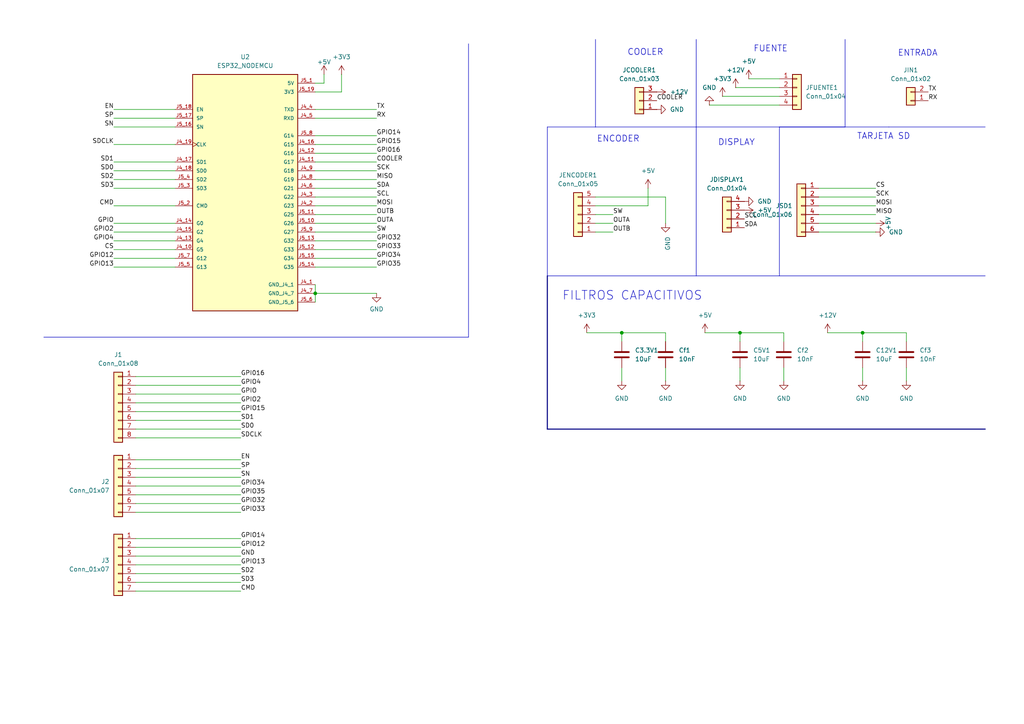
<source format=kicad_sch>
(kicad_sch (version 20231120) (generator "eeschema") (generator_version "8.0")
  (paper "A4")
  (lib_symbols
    (symbol "+5V_1" (power) (pin_names (offset 0))
      (property "Value" "+5V_1" (at 0 3.556 0))
      (symbol "+5V_1_0_1"
        (polyline (pts (xy -0.762 1.27) (xy 0 2.54)))
        (polyline (pts (xy 0 0) (xy 0 2.54)))
        (polyline (pts (xy 0 2.54) (xy 0.762 1.27)))
      )
      (symbol "+5V_1_1_1"
        (pin power_in line (at 0 0 90) (length 0) hide (name "+5V") (number "1"))
      )
    )
    (symbol "+5V_4" (power) (pin_numbers hide) (pin_names (offset 0) hide)
      (property "Value" "+5V" (at 0 3.556 0))
      (symbol "+5V_4_0_1"
        (polyline (pts (xy -0.762 1.27) (xy 0 2.54)))
        (polyline (pts (xy 0 0) (xy 0 2.54)))
        (polyline (pts (xy 0 2.54) (xy 0.762 1.27)))
      )
      (symbol "+5V_4_1_1"
        (pin power_in line (at 0 0 90) (length 0) (name "~") (number "1"))
      )
    )
    (symbol "Connector_Generic:Conn_01x02" (pin_names (offset 1.016) hide)
      (property "Reference" "J" (at 0 2.54 0))
      (property "Value" "Conn_01x02" (at 0 -5.08 0))
      (symbol "Conn_01x02_1_1"
        (rectangle (start -1.27 -2.413) (end 0 -2.667) (stroke (width 0.1524)))
        (rectangle (start -1.27 0.127) (end 0 -0.127) (stroke (width 0.1524)))
        (rectangle (start -1.27 1.27) (end 1.27 -3.81) (stroke (width 0.254)) (fill (type background)))
        (pin passive line (at -5.08 0 0) (length 3.81) (name "Pin_1") (number "1"))
        (pin passive line (at -5.08 -2.54 0) (length 3.81) (name "Pin_2") (number "2"))
      )
    )
    (symbol "Connector_Generic:Conn_01x03" (pin_names (offset 1.016) hide)
      (property "Reference" "J" (at 0 5.08 0))
      (property "Value" "Conn_01x03" (at 0 -5.08 0))
      (symbol "Conn_01x03_1_1"
        (rectangle (start -1.27 -2.413) (end 0 -2.667) (stroke (width 0.1524)))
        (rectangle (start -1.27 0.127) (end 0 -0.127) (stroke (width 0.1524)))
        (rectangle (start -1.27 2.667) (end 0 2.413) (stroke (width 0.1524)))
        (rectangle (start -1.27 3.81) (end 1.27 -3.81) (stroke (width 0.254)) (fill (type background)))
        (pin passive line (at -5.08 2.54 0) (length 3.81) (name "Pin_1") (number "1"))
        (pin passive line (at -5.08 0 0) (length 3.81) (name "Pin_2") (number "2"))
        (pin passive line (at -5.08 -2.54 0) (length 3.81) (name "Pin_3") (number "3"))
      )
    )
    (symbol "Connector_Generic:Conn_01x04" (pin_names (offset 1.016) hide)
      (property "Reference" "J" (at 0 5.08 0))
      (property "Value" "Conn_01x04" (at 0 -7.62 0))
      (symbol "Conn_01x04_1_1"
        (rectangle (start -1.27 -4.953) (end 0 -5.207) (stroke (width 0.1524)))
        (rectangle (start -1.27 -2.413) (end 0 -2.667) (stroke (width 0.1524)))
        (rectangle (start -1.27 0.127) (end 0 -0.127) (stroke (width 0.1524)))
        (rectangle (start -1.27 2.667) (end 0 2.413) (stroke (width 0.1524)))
        (rectangle (start -1.27 3.81) (end 1.27 -6.35) (stroke (width 0.254)) (fill (type background)))
        (pin passive line (at -5.08 2.54 0) (length 3.81) (name "Pin_1") (number "1"))
        (pin passive line (at -5.08 0 0) (length 3.81) (name "Pin_2") (number "2"))
        (pin passive line (at -5.08 -2.54 0) (length 3.81) (name "Pin_3") (number "3"))
        (pin passive line (at -5.08 -5.08 0) (length 3.81) (name "Pin_4") (number "4"))
      )
    )
    (symbol "Connector_Generic:Conn_01x05" (pin_names (offset 1.016) hide)
      (property "Reference" "J" (at 0 7.62 0))
      (property "Value" "Conn_01x05" (at 0 -7.62 0))
      (symbol "Conn_01x05_1_1"
        (rectangle (start -1.27 -4.953) (end 0 -5.207) (stroke (width 0.1524)))
        (rectangle (start -1.27 -2.413) (end 0 -2.667) (stroke (width 0.1524)))
        (rectangle (start -1.27 0.127) (end 0 -0.127) (stroke (width 0.1524)))
        (rectangle (start -1.27 2.667) (end 0 2.413) (stroke (width 0.1524)))
        (rectangle (start -1.27 5.207) (end 0 4.953) (stroke (width 0.1524)))
        (rectangle (start -1.27 6.35) (end 1.27 -6.35) (stroke (width 0.254)) (fill (type background)))
        (pin passive line (at -5.08 5.08 0) (length 3.81) (name "Pin_1") (number "1"))
        (pin passive line (at -5.08 2.54 0) (length 3.81) (name "Pin_2") (number "2"))
        (pin passive line (at -5.08 0 0) (length 3.81) (name "Pin_3") (number "3"))
        (pin passive line (at -5.08 -2.54 0) (length 3.81) (name "Pin_4") (number "4"))
        (pin passive line (at -5.08 -5.08 0) (length 3.81) (name "Pin_5") (number "5"))
      )
    )
    (symbol "Connector_Generic:Conn_01x06" (pin_names (offset 1.016) hide)
      (property "Reference" "J" (at 0 7.62 0))
      (property "Value" "Conn_01x06" (at 0 -10.16 0))
      (symbol "Conn_01x06_1_1"
        (rectangle (start -1.27 -7.493) (end 0 -7.747) (stroke (width 0.1524)))
        (rectangle (start -1.27 -4.953) (end 0 -5.207) (stroke (width 0.1524)))
        (rectangle (start -1.27 -2.413) (end 0 -2.667) (stroke (width 0.1524)))
        (rectangle (start -1.27 0.127) (end 0 -0.127) (stroke (width 0.1524)))
        (rectangle (start -1.27 2.667) (end 0 2.413) (stroke (width 0.1524)))
        (rectangle (start -1.27 5.207) (end 0 4.953) (stroke (width 0.1524)))
        (rectangle (start -1.27 6.35) (end 1.27 -8.89) (stroke (width 0.254)) (fill (type background)))
        (pin passive line (at -5.08 5.08 0) (length 3.81) (name "Pin_1") (number "1"))
        (pin passive line (at -5.08 2.54 0) (length 3.81) (name "Pin_2") (number "2"))
        (pin passive line (at -5.08 0 0) (length 3.81) (name "Pin_3") (number "3"))
        (pin passive line (at -5.08 -2.54 0) (length 3.81) (name "Pin_4") (number "4"))
        (pin passive line (at -5.08 -5.08 0) (length 3.81) (name "Pin_5") (number "5"))
        (pin passive line (at -5.08 -7.62 0) (length 3.81) (name "Pin_6") (number "6"))
      )
    )
    (symbol "Connector_Generic:Conn_01x07" (pin_names (offset 1.016) hide)
      (property "Reference" "J" (at 0 10.16 0))
      (property "Value" "Conn_01x07" (at 0 -10.16 0))
      (symbol "Conn_01x07_1_1"
        (rectangle (start -1.27 -7.493) (end 0 -7.747) (stroke (width 0.1524)))
        (rectangle (start -1.27 -4.953) (end 0 -5.207) (stroke (width 0.1524)))
        (rectangle (start -1.27 -2.413) (end 0 -2.667) (stroke (width 0.1524)))
        (rectangle (start -1.27 0.127) (end 0 -0.127) (stroke (width 0.1524)))
        (rectangle (start -1.27 2.667) (end 0 2.413) (stroke (width 0.1524)))
        (rectangle (start -1.27 5.207) (end 0 4.953) (stroke (width 0.1524)))
        (rectangle (start -1.27 7.747) (end 0 7.493) (stroke (width 0.1524)))
        (rectangle (start -1.27 8.89) (end 1.27 -8.89) (stroke (width 0.254)) (fill (type background)))
        (pin passive line (at -5.08 7.62 0) (length 3.81) (name "Pin_1") (number "1"))
        (pin passive line (at -5.08 5.08 0) (length 3.81) (name "Pin_2") (number "2"))
        (pin passive line (at -5.08 2.54 0) (length 3.81) (name "Pin_3") (number "3"))
        (pin passive line (at -5.08 0 0) (length 3.81) (name "Pin_4") (number "4"))
        (pin passive line (at -5.08 -2.54 0) (length 3.81) (name "Pin_5") (number "5"))
        (pin passive line (at -5.08 -5.08 0) (length 3.81) (name "Pin_6") (number "6"))
        (pin passive line (at -5.08 -7.62 0) (length 3.81) (name "Pin_7") (number "7"))
      )
    )
    (symbol "Connector_Generic:Conn_01x08" (pin_names (offset 1.016) hide)
      (property "Reference" "J" (at 0 10.16 0))
      (property "Value" "Conn_01x08" (at 0 -12.7 0))
      (symbol "Conn_01x08_1_1"
        (rectangle (start -1.27 -10.033) (end 0 -10.287) (stroke (width 0.1524)))
        (rectangle (start -1.27 -7.493) (end 0 -7.747) (stroke (width 0.1524)))
        (rectangle (start -1.27 -4.953) (end 0 -5.207) (stroke (width 0.1524)))
        (rectangle (start -1.27 -2.413) (end 0 -2.667) (stroke (width 0.1524)))
        (rectangle (start -1.27 0.127) (end 0 -0.127) (stroke (width 0.1524)))
        (rectangle (start -1.27 2.667) (end 0 2.413) (stroke (width 0.1524)))
        (rectangle (start -1.27 5.207) (end 0 4.953) (stroke (width 0.1524)))
        (rectangle (start -1.27 7.747) (end 0 7.493) (stroke (width 0.1524)))
        (rectangle (start -1.27 8.89) (end 1.27 -11.43) (stroke (width 0.254)) (fill (type background)))
        (pin passive line (at -5.08 7.62 0) (length 3.81) (name "Pin_1") (number "1"))
        (pin passive line (at -5.08 5.08 0) (length 3.81) (name "Pin_2") (number "2"))
        (pin passive line (at -5.08 2.54 0) (length 3.81) (name "Pin_3") (number "3"))
        (pin passive line (at -5.08 0 0) (length 3.81) (name "Pin_4") (number "4"))
        (pin passive line (at -5.08 -2.54 0) (length 3.81) (name "Pin_5") (number "5"))
        (pin passive line (at -5.08 -5.08 0) (length 3.81) (name "Pin_6") (number "6"))
        (pin passive line (at -5.08 -7.62 0) (length 3.81) (name "Pin_7") (number "7"))
        (pin passive line (at -5.08 -10.16 0) (length 3.81) (name "Pin_8") (number "8"))
      )
    )
    (symbol "Device:C" (pin_numbers hide) (pin_names (offset 0.254))
      (property "Reference" "C" (at 0.635 2.54 0))
      (property "Value" "C" (at 0.635 -2.54 0))
      (symbol "C_0_1"
        (polyline (pts (xy -2.032 -0.762) (xy 2.032 -0.762)) (stroke (width 0.508)))
        (polyline (pts (xy -2.032 0.762) (xy 2.032 0.762)) (stroke (width 0.508)))
      )
      (symbol "C_1_1"
        (pin passive line (at 0 3.81 270) (length 2.794) (name "~") (number "1"))
        (pin passive line (at 0 -3.81 90) (length 2.794) (name "~") (number "2"))
      )
    )
    (symbol "ESP32_NODEMCU:ESP32_NODEMCU" (pin_names (offset 1.016))
      (property "Reference" "U" (at -15.24 36.322 0))
      (property "Value" "ESP32_NODEMCU" (at -15.24 -35.56 0))
      (symbol "ESP32_NODEMCU_0_0"
        (rectangle (start -15.24 -33.02) (end 15.24 35.56) (stroke (width 0.254)) (fill (type background)))
        (pin power_in line (at 20.32 -25.4 180) (length 5.08) (name "GND_J4_1") (number "J4_1"))
        (pin bidirectional line (at -20.32 -15.24 0) (length 5.08) (name "G5") (number "J4_10"))
        (pin bidirectional line (at 20.32 10.16 180) (length 5.08) (name "G17") (number "J4_11"))
        (pin bidirectional line (at 20.32 12.7 180) (length 5.08) (name "G16") (number "J4_12"))
        (pin bidirectional line (at -20.32 -12.7 0) (length 5.08) (name "G4") (number "J4_13"))
        (pin bidirectional line (at -20.32 -7.62 0) (length 5.08) (name "G0") (number "J4_14"))
        (pin bidirectional line (at -20.32 -10.16 0) (length 5.08) (name "G2") (number "J4_15"))
        (pin bidirectional line (at 20.32 15.24 180) (length 5.08) (name "G15") (number "J4_16"))
        (pin bidirectional line (at -20.32 10.16 0) (length 5.08) (name "SD1") (number "J4_17"))
        (pin bidirectional line (at -20.32 7.62 0) (length 5.08) (name "SD0") (number "J4_18"))
        (pin input clock (at -20.32 15.24 0) (length 5.08) (name "CLK") (number "J4_19"))
        (pin bidirectional line (at 20.32 -2.54 180) (length 5.08) (name "G23") (number "J4_2"))
        (pin bidirectional line (at 20.32 0 180) (length 5.08) (name "G22") (number "J4_3"))
        (pin output line (at 20.32 25.4 180) (length 5.08) (name "TXD") (number "J4_4"))
        (pin input line (at 20.32 22.86 180) (length 5.08) (name "RXD") (number "J4_5"))
        (pin bidirectional line (at 20.32 2.54 180) (length 5.08) (name "G21") (number "J4_6"))
        (pin power_in line (at 20.32 -27.94 180) (length 5.08) (name "GND_J4_7") (number "J4_7"))
        (pin bidirectional line (at 20.32 5.08 180) (length 5.08) (name "G19") (number "J4_8"))
        (pin bidirectional line (at 20.32 7.62 180) (length 5.08) (name "G18") (number "J4_9"))
        (pin power_in line (at 20.32 33.02 180) (length 5.08) (name "5V") (number "J5_1"))
        (pin bidirectional line (at 20.32 -7.62 180) (length 5.08) (name "G26") (number "J5_10"))
        (pin bidirectional line (at 20.32 -5.08 180) (length 5.08) (name "G25") (number "J5_11"))
        (pin bidirectional line (at 20.32 -15.24 180) (length 5.08) (name "G33") (number "J5_12"))
        (pin bidirectional line (at 20.32 -12.7 180) (length 5.08) (name "G32") (number "J5_13"))
        (pin bidirectional line (at 20.32 -20.32 180) (length 5.08) (name "G35") (number "J5_14"))
        (pin bidirectional line (at 20.32 -17.78 180) (length 5.08) (name "G34") (number "J5_15"))
        (pin input line (at -20.32 20.32 0) (length 5.08) (name "SN") (number "J5_16"))
        (pin input line (at -20.32 22.86 0) (length 5.08) (name "SP") (number "J5_17"))
        (pin input line (at -20.32 25.4 0) (length 5.08) (name "EN") (number "J5_18"))
        (pin power_in line (at 20.32 30.48 180) (length 5.08) (name "3V3") (number "J5_19"))
        (pin bidirectional line (at -20.32 -2.54 0) (length 5.08) (name "CMD") (number "J5_2"))
        (pin bidirectional line (at -20.32 2.54 0) (length 5.08) (name "SD3") (number "J5_3"))
        (pin bidirectional line (at -20.32 5.08 0) (length 5.08) (name "SD2") (number "J5_4"))
        (pin bidirectional line (at -20.32 -20.32 0) (length 5.08) (name "G13") (number "J5_5"))
        (pin power_in line (at 20.32 -30.48 180) (length 5.08) (name "GND_J5_6") (number "J5_6"))
        (pin bidirectional line (at -20.32 -17.78 0) (length 5.08) (name "G12") (number "J5_7"))
        (pin bidirectional line (at 20.32 17.78 180) (length 5.08) (name "G14") (number "J5_8"))
        (pin bidirectional line (at 20.32 -10.16 180) (length 5.08) (name "G27") (number "J5_9"))
      )
    )
    (symbol "GND_6" (power) (pin_numbers hide) (pin_names (offset 0) hide)
      (property "Value" "GND" (at 0 -3.81 0))
      (symbol "GND_6_0_1"
        (polyline (pts (xy 0 0) (xy 0 -1.27) (xy 1.27 -1.27) (xy 0 -2.54) (xy -1.27 -1.27) (xy 0 -1.27)))
      )
      (symbol "GND_6_1_1"
        (pin power_in line (at 0 0 270) (length 0) (name "~") (number "1"))
      )
    )
    (symbol "GND_7" (power) (pin_numbers hide) (pin_names (offset 0) hide)
      (property "Value" "GND" (at 0 -3.81 0))
      (symbol "GND_7_0_1"
        (polyline (pts (xy 0 0) (xy 0 -1.27) (xy 1.27 -1.27) (xy 0 -2.54) (xy -1.27 -1.27) (xy 0 -1.27)))
      )
      (symbol "GND_7_1_1"
        (pin power_in line (at 0 0 270) (length 0) (name "~") (number "1"))
      )
    )
    (symbol "power:+12V" (power) (pin_numbers hide) (pin_names (offset 0) hide)
      (property "Value" "+12V" (at 0 3.556 0))
      (symbol "+12V_0_1"
        (polyline (pts (xy -0.762 1.27) (xy 0 2.54)))
        (polyline (pts (xy 0 0) (xy 0 2.54)))
        (polyline (pts (xy 0 2.54) (xy 0.762 1.27)))
      )
      (symbol "+12V_1_1"
        (pin power_in line (at 0 0 90) (length 0) (name "~") (number "1"))
      )
    )
    (symbol "power:+3V3" (power) (pin_numbers hide) (pin_names (offset 0) hide)
      (property "Value" "+3V3" (at 0 3.556 0))
      (symbol "+3V3_0_1"
        (polyline (pts (xy -0.762 1.27) (xy 0 2.54)))
        (polyline (pts (xy 0 0) (xy 0 2.54)))
        (polyline (pts (xy 0 2.54) (xy 0.762 1.27)))
      )
      (symbol "+3V3_1_1"
        (pin power_in line (at 0 0 90) (length 0) (name "~") (number "1"))
      )
    )
    (symbol "power:+5V" (power) (pin_names (offset 0))
      (property "Value" "+5V" (at 0 3.556 0))
      (symbol "+5V_0_1"
        (polyline (pts (xy -0.762 1.27) (xy 0 2.54)))
        (polyline (pts (xy 0 0) (xy 0 2.54)))
        (polyline (pts (xy 0 2.54) (xy 0.762 1.27)))
      )
      (symbol "+5V_1_1"
        (pin power_in line (at 0 0 90) (length 0) hide (name "+5V") (number "1"))
      )
    )
    (symbol "power:GND" (power) (pin_names (offset 0))
      (property "Value" "GND" (at 0 -3.81 0))
      (symbol "GND_0_1"
        (polyline (pts (xy 0 0) (xy 0 -1.27) (xy 1.27 -1.27) (xy 0 -2.54) (xy -1.27 -1.27) (xy 0 -1.27)))
      )
      (symbol "GND_1_1"
        (pin power_in line (at 0 0 270) (length 0) hide (name "GND") (number "1"))
      )
    )
  )
  (junction (at 91.44 85.09))
  (junction (at 250.19 96.52))
  (junction (at 180.34 96.52))
  (junction (at 214.63 96.52))
  (wire (pts (xy 39.37 133.35) (xy 69.85 133.35)))
  (wire (pts (xy 262.89 99.06) (xy 262.89 96.52)))
  (wire (pts (xy 204.47 96.52) (xy 214.63 96.52)))
  (wire (pts (xy 237.49 54.61) (xy 254 54.61)))
  (wire (pts (xy 227.33 99.06) (xy 227.33 96.52)))
  (wire (pts (xy 91.44 49.53) (xy 109.22 49.53)))
  (wire (pts (xy 39.37 146.05) (xy 69.85 146.05)))
  (polyline (pts (xy 245.11 36.83) (xy 201.93 36.83)))
  (bus (pts (xy 158.75 80.01) (xy 158.75 124.46)))
  (bus (pts (xy 158.75 124.46) (xy 285.75 124.46)))
  (polyline (pts (xy 201.93 80.01) (xy 158.75 80.01)))
  (wire (pts (xy 91.44 54.61) (xy 109.22 54.61)))
  (wire (pts (xy 237.49 64.77) (xy 254 64.77)))
  (wire (pts (xy 193.04 99.06) (xy 193.04 96.52)))
  (polyline (pts (xy 226.06 36.83) (xy 257.81 36.83)))
  (wire (pts (xy 91.44 34.29) (xy 109.22 34.29)))
  (polyline (pts (xy 172.72 11.43) (xy 172.72 36.83)))
  (wire (pts (xy 39.37 148.59) (xy 69.85 148.59)))
  (wire (pts (xy 39.37 138.43) (xy 69.85 138.43)))
  (polyline (pts (xy 158.75 36.83) (xy 172.72 36.83)))
  (wire (pts (xy 217.17 22.86) (xy 226.06 22.86)))
  (wire (pts (xy 39.37 163.83) (xy 69.85 163.83)))
  (wire (pts (xy 91.44 82.55) (xy 91.44 85.09)))
  (wire (pts (xy 33.02 31.75) (xy 50.8 31.75)))
  (wire (pts (xy 39.37 166.37) (xy 69.85 166.37)))
  (wire (pts (xy 33.02 64.77) (xy 50.8 64.77)))
  (wire (pts (xy 193.04 96.52) (xy 180.34 96.52)))
  (wire (pts (xy 237.49 59.69) (xy 254 59.69)))
  (wire (pts (xy 91.44 46.99) (xy 109.22 46.99)))
  (wire (pts (xy 237.49 62.23) (xy 254 62.23)))
  (wire (pts (xy 214.63 96.52) (xy 214.63 99.06)))
  (wire (pts (xy 39.37 140.97) (xy 69.85 140.97)))
  (wire (pts (xy 39.37 156.21) (xy 69.85 156.21)))
  (wire (pts (xy 33.02 54.61) (xy 50.8 54.61)))
  (wire (pts (xy 91.44 67.31) (xy 109.22 67.31)))
  (wire (pts (xy 240.03 96.52) (xy 250.19 96.52)))
  (wire (pts (xy 187.96 59.69) (xy 172.72 59.69)))
  (polyline (pts (xy 158.75 80.01) (xy 158.75 36.83)))
  (polyline (pts (xy 226.06 80.01) (xy 285.75 80.01)))
  (wire (pts (xy 262.89 106.68) (xy 262.89 110.49)))
  (wire (pts (xy 39.37 114.3) (xy 69.85 114.3)))
  (wire (pts (xy 91.44 57.15) (xy 109.22 57.15)))
  (wire (pts (xy 193.04 64.77) (xy 193.04 57.15)))
  (wire (pts (xy 214.63 106.68) (xy 214.63 110.49)))
  (wire (pts (xy 91.44 74.93) (xy 109.22 74.93)))
  (wire (pts (xy 39.37 109.22) (xy 69.85 109.22)))
  (wire (pts (xy 226.06 27.94) (xy 209.55 27.94)))
  (wire (pts (xy 33.02 36.83) (xy 50.8 36.83)))
  (polyline (pts (xy 257.81 36.83) (xy 285.75 36.83)))
  (wire (pts (xy 91.44 62.23) (xy 109.22 62.23)))
  (wire (pts (xy 39.37 143.51) (xy 69.85 143.51)))
  (wire (pts (xy 93.98 24.13) (xy 93.98 21.59)))
  (polyline (pts (xy 245.11 11.43) (xy 245.11 36.83)))
  (wire (pts (xy 91.44 69.85) (xy 109.22 69.85)))
  (wire (pts (xy 33.02 67.31) (xy 50.8 67.31)))
  (wire (pts (xy 250.19 106.68) (xy 250.19 110.49)))
  (wire (pts (xy 91.44 39.37) (xy 109.22 39.37)))
  (wire (pts (xy 213.36 25.4) (xy 226.06 25.4)))
  (wire (pts (xy 205.74 30.48) (xy 226.06 30.48)))
  (wire (pts (xy 39.37 111.76) (xy 69.85 111.76)))
  (wire (pts (xy 39.37 161.29) (xy 69.85 161.29)))
  (wire (pts (xy 99.06 21.59) (xy 99.06 26.67)))
  (wire (pts (xy 33.02 34.29) (xy 50.8 34.29)))
  (polyline (pts (xy 201.93 36.83) (xy 201.93 80.01)))
  (wire (pts (xy 91.44 52.07) (xy 109.22 52.07)))
  (wire (pts (xy 33.02 69.85) (xy 50.8 69.85)))
  (wire (pts (xy 39.37 158.75) (xy 69.85 158.75)))
  (wire (pts (xy 33.02 46.99) (xy 50.8 46.99)))
  (wire (pts (xy 39.37 135.89) (xy 69.85 135.89)))
  (wire (pts (xy 170.18 96.52) (xy 180.34 96.52)))
  (wire (pts (xy 180.34 106.68) (xy 180.34 110.49)))
  (wire (pts (xy 91.44 44.45) (xy 109.22 44.45)))
  (wire (pts (xy 91.44 24.13) (xy 93.98 24.13)))
  (wire (pts (xy 33.02 77.47) (xy 50.8 77.47)))
  (polyline (pts (xy 135.89 12.7) (xy 135.89 97.79)))
  (wire (pts (xy 91.44 72.39) (xy 109.22 72.39)))
  (wire (pts (xy 172.72 62.23) (xy 177.8 62.23)))
  (wire (pts (xy 91.44 41.91) (xy 109.22 41.91)))
  (polyline (pts (xy 201.93 36.83) (xy 172.72 36.83)))
  (polyline (pts (xy 226.06 36.83) (xy 226.06 80.01)))
  (wire (pts (xy 172.72 64.77) (xy 177.8 64.77)))
  (wire (pts (xy 237.49 57.15) (xy 254 57.15)))
  (wire (pts (xy 33.02 52.07) (xy 50.8 52.07)))
  (wire (pts (xy 33.02 59.69) (xy 50.8 59.69)))
  (wire (pts (xy 39.37 116.84) (xy 69.85 116.84)))
  (wire (pts (xy 91.44 26.67) (xy 99.06 26.67)))
  (wire (pts (xy 250.19 96.52) (xy 250.19 99.06)))
  (wire (pts (xy 33.02 72.39) (xy 50.8 72.39)))
  (wire (pts (xy 262.89 96.52) (xy 250.19 96.52)))
  (wire (pts (xy 227.33 106.68) (xy 227.33 110.49)))
  (wire (pts (xy 91.44 59.69) (xy 109.22 59.69)))
  (polyline (pts (xy 201.93 80.01) (xy 226.06 80.01)))
  (wire (pts (xy 33.02 41.91) (xy 50.8 41.91)))
  (wire (pts (xy 39.37 124.46) (xy 69.85 124.46)))
  (wire (pts (xy 39.37 127) (xy 69.85 127)))
  (wire (pts (xy 237.49 67.31) (xy 254 67.31)))
  (wire (pts (xy 39.37 121.92) (xy 69.85 121.92)))
  (wire (pts (xy 180.34 96.52) (xy 180.34 99.06)))
  (wire (pts (xy 187.96 54.61) (xy 187.96 59.69)))
  (wire (pts (xy 39.37 119.38) (xy 69.85 119.38)))
  (wire (pts (xy 91.44 77.47) (xy 109.22 77.47)))
  (wire (pts (xy 39.37 168.91) (xy 69.85 168.91)))
  (wire (pts (xy 91.44 64.77) (xy 109.22 64.77)))
  (wire (pts (xy 172.72 67.31) (xy 177.8 67.31)))
  (polyline (pts (xy 12.7 97.79) (xy 135.89 97.79)))
  (wire (pts (xy 33.02 74.93) (xy 50.8 74.93)))
  (wire (pts (xy 193.04 57.15) (xy 172.72 57.15)))
  (wire (pts (xy 91.44 31.75) (xy 109.22 31.75)))
  (wire (pts (xy 39.37 171.45) (xy 69.85 171.45)))
  (wire (pts (xy 33.02 49.53) (xy 50.8 49.53)))
  (wire (pts (xy 91.44 85.09) (xy 109.22 85.09)))
  (wire (pts (xy 193.04 106.68) (xy 193.04 110.49)))
  (wire (pts (xy 227.33 96.52) (xy 214.63 96.52)))
  (wire (pts (xy 91.44 85.09) (xy 91.44 87.63)))
  (polyline (pts (xy 201.93 36.83) (xy 201.93 11.43)))
  (text "TARJETA SD\n" (at 256.286 39.624 0) (effects (font (size 1.778 1.778))))
  (text "FUENTE" (at 223.52 14.224 0) (effects (font (size 1.778 1.778))))
  (text "COOLER" (at 187.198 15.24 0) (effects (font (size 1.778 1.778))))
  (text "FILTROS CAPACITIVOS\n" (at 183.388 85.852 0) (effects (font (size 2.54 2.54))))
  (text "ENTRADA" (at 266.192 15.494 0) (effects (font (size 1.778 1.778))))
  (text "ENCODER" (at 179.324 40.386 0) (effects (font (size 1.778 1.778))))
  (text "DISPLAY" (at 213.614 41.402 0) (effects (font (size 1.778 1.778))))
  (label "OUTA" (at 109.22 64.77 0))
  (label "OUTA" (at 177.8 64.77 0))
  (label "MISO" (at 109.22 52.07 0))
  (label "GPIO35" (at 109.22 77.47 0))
  (label "GPI016" (at 109.22 44.45 0))
  (label "GPIO34" (at 109.22 74.93 0))
  (label "SDCLK" (at 33.02 41.91 180))
  (label "SD0" (at 69.85 124.46 0))
  (label "COOLER" (at 109.22 46.99 0))
  (label "SCK" (at 254 57.15 0))
  (label "MISO" (at 254 62.23 0))
  (label "GPIO2" (at 69.85 116.84 0))
  (label "SDA" (at 215.9 66.04 0))
  (label "SDA" (at 109.22 54.61 0))
  (label "SD0" (at 33.02 49.53 180))
  (label "TX" (at 269.24 26.67 0))
  (label "SCK" (at 109.22 49.53 0))
  (label "GPIO33" (at 109.22 72.39 0))
  (label "GPIO32" (at 69.85 146.05 0))
  (label "CS" (at 33.02 72.39 180))
  (label "SN" (at 33.02 36.83 180))
  (label "GPIO2" (at 33.02 67.31 180))
  (label "SN" (at 69.85 138.43 0))
  (label "GPIO13" (at 33.02 77.47 180))
  (label "GPIO15" (at 69.85 119.38 0))
  (label "SCL" (at 109.22 57.15 0))
  (label "GPIO" (at 33.02 64.77 180))
  (label "RX" (at 109.22 34.29 0))
  (label "SCL" (at 215.9 63.5 0))
  (label "GPIO4" (at 33.02 69.85 180))
  (label "SD3" (at 69.85 168.91 0))
  (label "CS" (at 254 54.61 0))
  (label "SD1" (at 33.02 46.99 180))
  (label "CMD" (at 69.85 171.45 0))
  (label "MOSI" (at 109.22 59.69 0))
  (label "GPIO4" (at 69.85 111.76 0))
  (label "EN" (at 33.02 31.75 180))
  (label "GPIO12" (at 69.85 158.75 0))
  (label "GPIO32" (at 109.22 69.85 0))
  (label "OUTB" (at 109.22 62.23 0))
  (label "SD2" (at 69.85 166.37 0))
  (label "GPI016" (at 69.85 109.22 0))
  (label "RX" (at 269.24 29.21 0))
  (label "OUTB" (at 177.8 67.31 0))
  (label "SW" (at 109.22 67.31 0))
  (label "MOSI" (at 254 59.69 0))
  (label "EN" (at 69.85 133.35 0))
  (label "CMD" (at 33.02 59.69 180))
  (label "TX" (at 109.22 31.75 0))
  (label "GPIO34" (at 69.85 140.97 0))
  (label "SW" (at 177.8 62.23 0))
  (label "GPIO14" (at 109.22 39.37 0))
  (label "GPIO35" (at 69.85 143.51 0))
  (label "SP" (at 33.02 34.29 180))
  (label "SDCLK" (at 69.85 127 0))
  (label "GND" (at 69.85 161.29 0))
  (label "GPIO" (at 69.85 114.3 0))
  (label "GPIO14" (at 69.85 156.21 0))
  (label "SD1" (at 69.85 121.92 0))
  (label "GPIO33" (at 69.85 148.59 0))
  (label "GPIO13" (at 69.85 163.83 0))
  (label "GPIO12" (at 33.02 74.93 180))
  (label "GPIO15" (at 109.22 41.91 0))
  (label "SP" (at 69.85 135.89 0))
  (label "SD2" (at 33.02 52.07 180))
  (label "SD3" (at 33.02 54.61 180))
  (label "COOLER" (at 190.5 29.21 0))
  (symbol (lib_name "GND_6") (lib_id "power:GND") (at 254 67.31 90) (unit 1)
    (property "Reference" "#PWR026" (effects (hide yes)))
    (property "Value" "GND" (at 257.81 67.3099 90) (effects (justify right)))
    (property "Description" "Power symbol creates a global label with name \"GND\" , ground" (effects (hide yes)))
  )
  (symbol (lib_id "Connector_Generic:Conn_01x02") (at 264.16 29.21 180) (unit 1)
    (property "Reference" "JIN1" (at 264.16 20.32 0))
    (property "Value" "Conn_01x02" (at 264.16 22.86 0))
    (property "Footprint" "Connector_PinHeader_2.54mm:PinHeader_1x02_P2.54mm_Vertical" (effects (hide yes)))
    (property "Description" "Generic connector, single row, 01x02, script generated (kicad-library-utils/schlib/autogen/connector/)" (effects (hide yes)))
  )
  (symbol (lib_id "Connector_Generic:Conn_01x07") (at 34.29 140.97 0) (mirror y) (unit 1)
    (property "Reference" "J2" (at 31.75 139.6999 0) (effects (justify left)))
    (property "Value" "Conn_01x07" (at 31.75 142.2399 0) (effects (justify left)))
    (property "Footprint" "Connector_PinHeader_2.54mm:PinHeader_1x07_P2.54mm_Vertical" (effects (hide yes)))
    (property "Description" "Generic connector, single row, 01x07, script generated (kicad-library-utils/schlib/autogen/connector/)" (effects (hide yes)))
  )
  (symbol (lib_id "Connector_Generic:Conn_01x06") (at 232.41 59.69 0) (mirror y) (unit 1)
    (property "Reference" "JSD1" (at 229.87 59.6899 0) (effects (justify left)))
    (property "Value" "Conn_01x06" (at 229.87 62.2299 0) (effects (justify left)))
    (property "Footprint" "Connector_PinHeader_2.54mm:PinHeader_1x06_P2.54mm_Vertical" (effects (hide yes)))
    (property "Description" "Generic connector, single row, 01x06, script generated (kicad-library-utils/schlib/autogen/connector/)" (effects (hide yes)))
  )
  (symbol (lib_id "Connector_Generic:Conn_01x08") (at 34.29 116.84 0) (mirror y) (unit 1)
    (property "Reference" "J1" (at 34.29 102.87 0))
    (property "Value" "Conn_01x08" (at 34.29 105.41 0))
    (property "Footprint" "Connector_PinHeader_2.54mm:PinHeader_1x08_P2.54mm_Vertical" (effects (hide yes)))
    (property "Description" "Generic connector, single row, 01x08, script generated (kicad-library-utils/schlib/autogen/connector/)" (effects (hide yes)))
  )
  (symbol (lib_id "ESP32_NODEMCU:ESP32_NODEMCU") (at 71.12 57.15 0) (unit 1)
    (property "Reference" "U2" (at 71.12 16.51 0))
    (property "Value" "ESP32_NODEMCU" (at 71.12 19.05 0))
    (property "Footprint" "ESP32_NODEMCU (1):MODULE_ESP32_NODEMCU" (effects (hide yes)))
    (property "MF" "AZ Delivery" (effects (hide yes)))
    (property "MAXIMUM_PACKAGE_HEIGHT" "6.6 mm" (effects (hide yes)))
    (property "Package" "Package" (effects (hide yes)))
    (property "Price" "None" (effects (hide yes)))
    (property "Check_prices" "https://www.snapeda.com/parts/ESP32%20NODEMCU/AZ-Delivery/view-part/?ref=eda" (effects (hide yes)))
    (property "STANDARD" "Manufacturer Recommendations" (effects (hide yes)))
    (property "SnapEDA_Link" "https://www.snapeda.com/parts/ESP32%20NODEMCU/AZ-Delivery/view-part/?ref=snap" (effects (hide yes)))
    (property "MP" "ESP32 NODEMCU" (effects (hide yes)))
    (property "Description_1" "\n                        \n                            NodeMCU is an open source loT platform. ESP32 is a series of low cost, low power\nsystem-on-chip (SoC) microcontrollers with integrated Wi-Fi & dual-mode Bluetooth.\n                        \n" (effects (hide yes)))
    (property "Availability" "Not in stock" (effects (hide yes)))
    (property "MANUFACTURER" "Espressif Systems" (effects (hide yes)))
  )
  (symbol (lib_id "power:+3V3") (at 209.55 27.94 0) (unit 1)
    (property "Reference" "#PWR027" (effects (hide yes)))
    (property "Value" "+3V3" (at 209.55 22.86 0))
    (property "Description" "Power symbol creates a global label with name \"+3V3\"" (effects (hide yes)))
  )
  (symbol (lib_name "GND_7") (lib_id "power:GND") (at 250.19 110.49 0) (unit 1)
    (property "Reference" "#PWR016" (effects (hide yes)))
    (property "Value" "GND" (at 250.19 115.57 0))
    (property "Description" "Power symbol creates a global label with name \"GND\" , ground" (effects (hide yes)))
  )
  (symbol (lib_name "+5V_4") (lib_id "power:+5V") (at 170.18 96.52 0) (unit 1)
    (property "Reference" "#PWR012" (effects (hide yes)))
    (property "Value" "+3V3" (at 170.18 91.44 0))
    (property "Description" "Power symbol creates a global label with name \"+5V\"" (effects (hide yes)))
  )
  (symbol (lib_id "Device:C") (at 214.63 102.87 0) (unit 1)
    (property "Reference" "C5V1" (at 218.44 101.5999 0) (effects (justify left)))
    (property "Value" "10uF" (at 218.44 104.1399 0) (effects (justify left)))
    (property "Footprint" "Capacitor_THT:CP_Radial_D5.0mm_P2.50mm" (effects (hide yes)))
    (property "Description" "Unpolarized capacitor" (effects (hide yes)))
  )
  (symbol (lib_name "+5V_4") (lib_id "power:+5V") (at 204.47 96.52 0) (unit 1)
    (property "Reference" "#PWR010" (effects (hide yes)))
    (property "Value" "+5V" (at 204.47 91.44 0))
    (property "Description" "Power symbol creates a global label with name \"+5V\"" (effects (hide yes)))
  )
  (symbol (lib_id "Device:C") (at 227.33 102.87 0) (unit 1)
    (property "Reference" "Cf2" (at 231.14 101.5999 0) (effects (justify left)))
    (property "Value" "10nF" (at 231.14 104.1399 0) (effects (justify left)))
    (property "Footprint" "Capacitor_THT:C_Disc_D6.0mm_W2.5mm_P5.00mm" (effects (hide yes)))
    (property "Description" "Unpolarized capacitor" (effects (hide yes)))
  )
  (symbol (lib_name "GND_7") (lib_id "power:GND") (at 205.74 30.48 180) (unit 1)
    (property "Reference" "#PWR028" (effects (hide yes)))
    (property "Value" "GND" (at 205.74 25.4 0))
    (property "Description" "Power symbol creates a global label with name \"GND\" , ground" (effects (hide yes)))
  )
  (symbol (lib_name "GND_7") (lib_id "power:GND") (at 180.34 110.49 0) (unit 1)
    (property "Reference" "#PWR09" (effects (hide yes)))
    (property "Value" "GND" (at 180.34 115.57 0))
    (property "Description" "Power symbol creates a global label with name \"GND\" , ground" (effects (hide yes)))
  )
  (symbol (lib_name "GND_7") (lib_id "power:GND") (at 190.5 31.75 90) (unit 1)
    (property "Reference" "#PWR06" (effects (hide yes)))
    (property "Value" "GND" (at 194.31 31.7499 90) (effects (justify right)))
    (property "Description" "Power symbol creates a global label with name \"GND\" , ground" (effects (hide yes)))
  )
  (symbol (lib_name "+5V_1") (lib_id "power:+5V") (at 187.96 54.61 0) (unit 1)
    (property "Reference" "#PWR07" (effects (hide yes)))
    (property "Value" "+5V" (at 187.96 49.53 0))
  )
  (symbol (lib_id "Device:C") (at 250.19 102.87 0) (unit 1)
    (property "Reference" "C12V1" (at 254 101.5999 0) (effects (justify left)))
    (property "Value" "10uF" (at 254 104.1399 0) (effects (justify left)))
    (property "Footprint" "Capacitor_THT:CP_Radial_D5.0mm_P2.50mm" (effects (hide yes)))
    (property "Description" "Unpolarized capacitor" (effects (hide yes)))
  )
  (symbol (lib_id "Connector_Generic:Conn_01x04") (at 231.14 25.4 0) (unit 1)
    (property "Reference" "JFUENTE1" (at 233.68 25.3999 0) (effects (justify left)))
    (property "Value" "Conn_01x04" (at 233.68 27.9399 0) (effects (justify left)))
    (property "Footprint" "TerminalBlock_Phoenix:TerminalBlock_Phoenix_MKDS-1,5-4_1x04_P5.00mm_Horizontal" (effects (hide yes)))
    (property "Description" "Generic connector, single row, 01x04, script generated (kicad-library-utils/schlib/autogen/connector/)" (effects (hide yes)))
  )
  (symbol (lib_id "power:+3V3") (at 99.06 21.59 0) (unit 1)
    (property "Reference" "#PWR021" (effects (hide yes)))
    (property "Value" "+3V3" (at 99.06 16.51 0))
    (property "Description" "Power symbol creates a global label with name \"+3V3\"" (effects (hide yes)))
  )
  (symbol (lib_id "power:+5V") (at 93.98 21.59 0) (mirror y) (unit 1)
    (property "Reference" "#PWR019" (effects (hide yes)))
    (property "Value" "+5V" (at 93.98 17.9855 0))
  )
  (symbol (lib_id "Device:C") (at 193.04 102.87 0) (unit 1)
    (property "Reference" "Cf1" (at 196.85 101.5999 0) (effects (justify left)))
    (property "Value" "10nF" (at 196.85 104.1399 0) (effects (justify left)))
    (property "Footprint" "Capacitor_THT:C_Disc_D6.0mm_W2.5mm_P5.00mm" (effects (hide yes)))
    (property "Description" "Unpolarized capacitor" (effects (hide yes)))
  )
  (symbol (lib_id "power:GND") (at 193.04 64.77 0) (unit 1)
    (property "Reference" "#PWR08" (effects (hide yes)))
    (property "Value" "GND" (at 193.675 68.58 90) (effects (justify right)))
  )
  (symbol (lib_id "Connector_Generic:Conn_01x03") (at 185.42 29.21 180) (unit 1)
    (property "Reference" "JCOOLER1" (at 185.42 20.32 0))
    (property "Value" "Conn_01x03" (at 185.42 22.86 0))
    (property "Footprint" "Connector_PinHeader_2.54mm:PinHeader_1x03_P2.54mm_Vertical" (effects (hide yes)))
    (property "Description" "Generic connector, single row, 01x03, script generated (kicad-library-utils/schlib/autogen/connector/)" (effects (hide yes)))
  )
  (symbol (lib_name "GND_7") (lib_id "power:GND") (at 262.89 110.49 0) (unit 1)
    (property "Reference" "#PWR018" (effects (hide yes)))
    (property "Value" "GND" (at 262.89 115.57 0))
    (property "Description" "Power symbol creates a global label with name \"GND\" , ground" (effects (hide yes)))
  )
  (symbol (lib_id "Connector_Generic:Conn_01x05") (at 167.64 62.23 180) (unit 1)
    (property "Reference" "JENCODER1" (at 167.64 50.8 0))
    (property "Value" "Conn_01x05" (at 167.64 53.34 0))
    (property "Footprint" "Connector_PinSocket_2.54mm:PinSocket_1x05_P2.54mm_Vertical" (effects (hide yes)))
  )
  (symbol (lib_id "power:+12V") (at 190.5 26.67 270) (unit 1)
    (property "Reference" "#PWR04" (effects (hide yes)))
    (property "Value" "+12V" (at 194.31 26.6699 90) (effects (justify left)))
    (property "Description" "Power symbol creates a global label with name \"+12V\"" (effects (hide yes)))
  )
  (symbol (lib_name "+5V_4") (lib_id "power:+5V") (at 215.9 60.96 270) (unit 1)
    (property "Reference" "#PWR02" (effects (hide yes)))
    (property "Value" "+5V" (at 219.71 60.9599 90) (effects (justify left)))
    (property "Description" "Power symbol creates a global label with name \"+5V\"" (effects (hide yes)))
  )
  (symbol (lib_id "Connector_Generic:Conn_01x07") (at 34.29 163.83 0) (mirror y) (unit 1)
    (property "Reference" "J3" (at 31.75 162.5599 0) (effects (justify left)))
    (property "Value" "Conn_01x07" (at 31.75 165.0999 0) (effects (justify left)))
    (property "Footprint" "Connector_PinHeader_2.54mm:PinHeader_1x07_P2.54mm_Vertical" (effects (hide yes)))
    (property "Description" "Generic connector, single row, 01x07, script generated (kicad-library-utils/schlib/autogen/connector/)" (effects (hide yes)))
  )
  (symbol (lib_id "power:+12V") (at 213.36 25.4 0) (unit 1)
    (property "Reference" "#PWR03" (effects (hide yes)))
    (property "Value" "+12V" (at 213.36 20.32 0))
    (property "Description" "Power symbol creates a global label with name \"+12V\"" (effects (hide yes)))
  )
  (symbol (lib_name "+5V_4") (lib_id "power:+5V") (at 217.17 22.86 0) (unit 1)
    (property "Reference" "#PWR017" (effects (hide yes)))
    (property "Value" "+5V" (at 217.17 17.78 0))
    (property "Description" "Power symbol creates a global label with name \"+5V\"" (effects (hide yes)))
  )
  (symbol (lib_id "Connector_Generic:Conn_01x04") (at 210.82 63.5 180) (unit 1)
    (property "Reference" "JDISPLAY1" (at 210.82 52.07 0))
    (property "Value" "Conn_01x04" (at 210.82 54.61 0))
    (property "Footprint" "Connector_PinSocket_2.54mm:PinSocket_1x04_P2.54mm_Vertical" (effects (hide yes)))
    (property "Description" "Generic connector, single row, 01x04, script generated (kicad-library-utils/schlib/autogen/connector/)" (effects (hide yes)))
  )
  (symbol (lib_name "GND_7") (lib_id "power:GND") (at 215.9 58.42 90) (unit 1)
    (property "Reference" "#PWR05" (effects (hide yes)))
    (property "Value" "GND" (at 219.71 58.4199 90) (effects (justify right)))
    (property "Description" "Power symbol creates a global label with name \"GND\" , ground" (effects (hide yes)))
  )
  (symbol (lib_name "GND_7") (lib_id "power:GND") (at 214.63 110.49 0) (unit 1)
    (property "Reference" "#PWR011" (effects (hide yes)))
    (property "Value" "GND" (at 214.63 115.57 0))
    (property "Description" "Power symbol creates a global label with name \"GND\" , ground" (effects (hide yes)))
  )
  (symbol (lib_name "GND_7") (lib_id "power:GND") (at 193.04 110.49 0) (unit 1)
    (property "Reference" "#PWR013" (effects (hide yes)))
    (property "Value" "GND" (at 193.04 115.57 0))
    (property "Description" "Power symbol creates a global label with name \"GND\" , ground" (effects (hide yes)))
  )
  (symbol (lib_name "+5V_4") (lib_id "power:+5V") (at 240.03 96.52 0) (unit 1)
    (property "Reference" "#PWR015" (effects (hide yes)))
    (property "Value" "+12V" (at 240.03 91.44 0))
    (property "Description" "Power symbol creates a global label with name \"+5V\"" (effects (hide yes)))
  )
  (symbol (lib_id "Device:C") (at 180.34 102.87 0) (unit 1)
    (property "Reference" "C3.3V1" (at 184.15 101.5999 0) (effects (justify left)))
    (property "Value" "10uF" (at 184.15 104.1399 0) (effects (justify left)))
    (property "Footprint" "Capacitor_THT:CP_Radial_D5.0mm_P2.50mm" (effects (hide yes)))
    (property "Description" "Capacitor electrolitico" (effects (hide yes)))
  )
  (symbol (lib_id "power:GND") (at 109.22 85.09 0) (unit 1)
    (property "Reference" "#PWR020" (effects (hide yes)))
    (property "Value" "GND" (at 109.22 89.6525 0))
  )
  (symbol (lib_id "power:+5V") (at 254 64.77 270) (mirror x) (unit 1)
    (property "Reference" "#PWR01" (effects (hide yes)))
    (property "Value" "+5V" (at 257.6045 64.77 0))
  )
  (symbol (lib_name "GND_7") (lib_id "power:GND") (at 227.33 110.49 0) (unit 1)
    (property "Reference" "#PWR014" (effects (hide yes)))
    (property "Value" "GND" (at 227.33 115.57 0))
    (property "Description" "Power symbol creates a global label with name \"GND\" , ground" (effects (hide yes)))
  )
  (symbol (lib_id "Device:C") (at 262.89 102.87 0) (unit 1)
    (property "Reference" "Cf3" (at 266.7 101.5999 0) (effects (justify left)))
    (property "Value" "10nF" (at 266.7 104.1399 0) (effects (justify left)))
    (property "Footprint" "Capacitor_THT:C_Disc_D6.0mm_W2.5mm_P5.00mm" (effects (hide yes)))
    (property "Description" "Unpolarized capacitor" (effects (hide yes)))
  )
)
</source>
